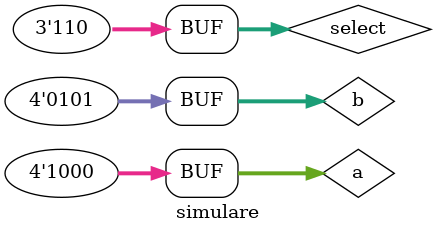
<source format=v>
`timescale 1ns / 1ps

/*
    alumodule(a, b, select, out, overflow);
    input [2:0] select;
    input reg [3:0] a,b;
    output wire overflow;
    output wire [3:0] out;
*/

module simulare();
    reg [2:0] select;
    reg [3:0] a, b;
    wire overflow;
    wire [3:0] out;
    alumodule AluMode(a, b, select, out, overflow);
    initial begin
        // Adunare fara overflow
        #20 select = 3'b000; a = 4'b1000; b = 4'b0110;
        // Adunare cu overflow
        #20 select = 3'b000; a = 4'b1000; b = 4'b1110;
        // Egalitate
        #20 select = 3'b001; a = 4'b1000; b = 4'b0110;
        #20 select = 3'b001; a = 4'b0110; b = 4'b0110;
        // Right Shift
        #20 select = 3'b010; a = 4'b1000; b = 4'b0110;
        // Complement 
        #20 select = 3'b011; a = 4'b1000; b = 5;
        #20 select = 3'b011; a = 4'b1000; b = -2;
        // AND 
        #20 select = 3'b100; a = 4'b1100; b = 4'b0101;
        // Select nefolosit 
        #20 select = 3'b110; a = 4'b1000; b = 4'b0101;
     end        
endmodule
</source>
